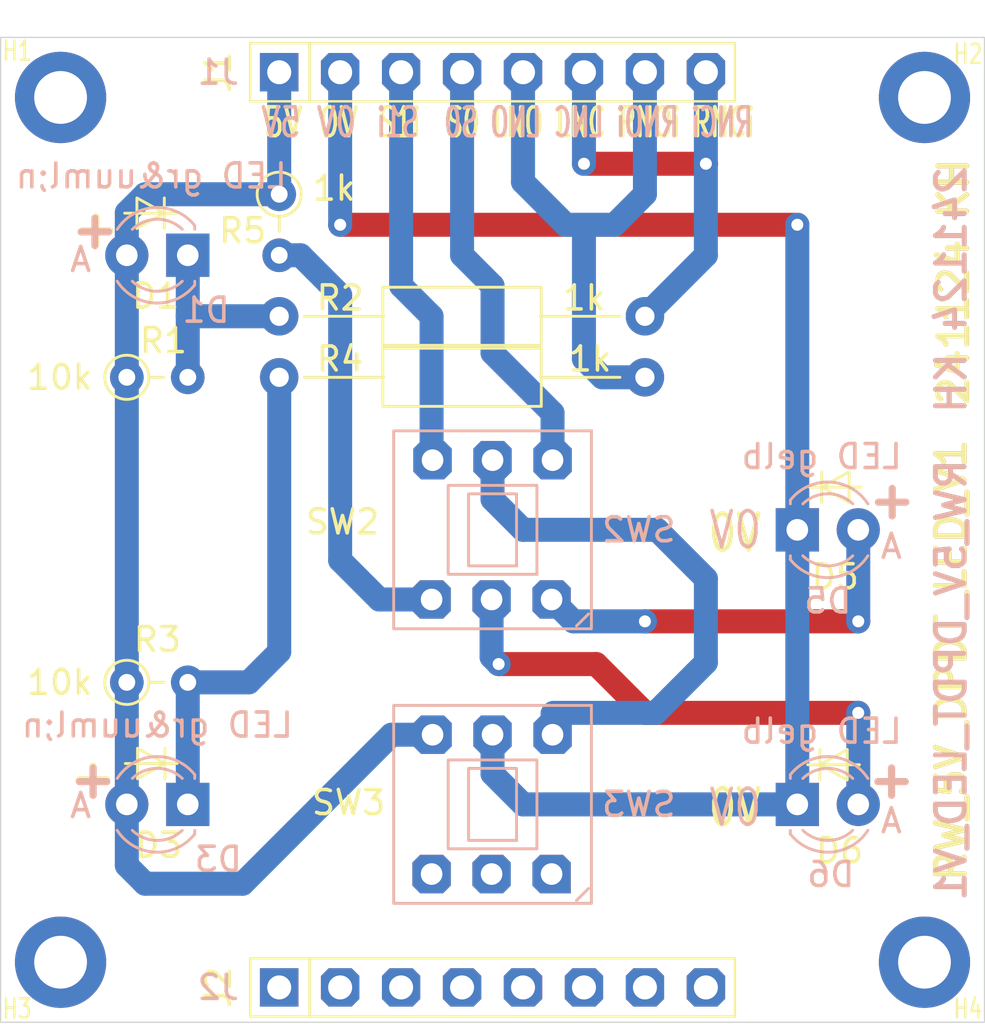
<source format=kicad_pcb>
(kicad_pcb (version 20240108) (generator "pcbnew") (generator_version "8.0")
  (layers (0 "F.Cu" signal) (31 "B.Cu" signal) (34 "B.Paste" user) (35 "F.Paste" user) (36 "B.SilkS" user "B.Silkscreen") (37 "F.SilkS" user "F.Silkscreen") (38 "B.Mask" user) (39 "F.Mask" user) (44 "Edge.Cuts" user))
  (net 0 "")
  (net 1 "Net-(D1-K)")
  (net 2 "/V_I2C")
  (net 3 "/LNO")
  (net 4 "Net-(D3-K)")
  (net 5 "/LNC")
  (net 6 "Net-(D5-A)")
  (net 7 "/S1i")
  (net 8 "/0V")
  (net 9 "Net-(R5-Pad2)")
  (net 10 "/Slocal")
  (net 13 "/S0")
  (net 23 "Net-(D6-A)")
  (footprint "Resistor_THT:R_Axial_DIN0204_L3.6mm_D1.6mm_P2.54mm_Vertical" (layer "F.Cu") (at 36.83 50.8)
    (property "Reference" "R3" (at 1.27 -1.778 180) (layer "F.SilkS"))
    (property "Value" "10k")
    (fp_line (start 0.92 0) (end 1.54 0) (stroke (width 0.12)) (layer "F.SilkS"))
    (fp_circle (center 0 0) (end 0.92 0) (stroke (width 0.12)) (fill none) (layer "F.SilkS"))
    (pad "1" thru_hole circle (at 0 0) (size 1.4 1.4) (drill 0.7) (layers "*.Cu" "*.Mask") (net 2 "/V_I2C"))
    (pad "2" thru_hole oval (at 2.54 0) (size 1.4 1.4) (drill 0.7) (layers "*.Cu" "*.Mask") (net 4 "Net-(D3-K)"))
  )
  (footprint "_kh_library:R_Axial_DIN0207_L6.3mm_D2.5mm_P15.24mm_Horizontal_kh" (layer "F.Cu") (at 43.18 38.1)
    (property "Reference" "R4" (at 2.54 -0.762 0) (layer "F.SilkS"))
    (property "Value" "1k")
    (fp_line (start 1.04 0) (end 4.35 0) (stroke (width 0.12)) (layer "F.SilkS"))
    (fp_line (start 14.2 0) (end 10.89 0) (stroke (width 0.12)) (layer "F.SilkS"))
    (fp_rect (start 4.318 -1.21) (end 10.922 1.21) (stroke (width 0.12)) (fill none) (layer "F.SilkS"))
    (pad "1" thru_hole circle (at 0 0) (size 1.6 1.6) (drill 0.8) (layers "*.Cu" "*.Mask") (net 4 "Net-(D3-K)"))
    (pad "2" thru_hole oval (at 15.24 0) (size 1.6 1.6) (drill 0.8) (layers "*.Cu" "*.Mask") (net 3 "/LNO"))
  )
  (footprint "_kh_library:R_Axial_DIN0207_L6.3mm_D2.5mm_P15.24mm_Horizontal_kh" (layer "F.Cu") (at 43.18 35.56)
    (property "Reference" "R2" (at 2.54 -0.762 0) (layer "F.SilkS"))
    (property "Value" "1k")
    (fp_line (start 1.04 0) (end 4.35 0) (stroke (width 0.12)) (layer "F.SilkS"))
    (fp_line (start 14.2 0) (end 10.89 0) (stroke (width 0.12)) (layer "F.SilkS"))
    (fp_rect (start 4.318 -1.21) (end 10.922 1.21) (stroke (width 0.12)) (fill none) (layer "F.SilkS"))
    (pad "1" thru_hole circle (at 0 0) (size 1.6 1.6) (drill 0.8) (layers "*.Cu" "*.Mask") (net 1 "Net-(D1-K)"))
    (pad "2" thru_hole oval (at 15.24 0) (size 1.6 1.6) (drill 0.8) (layers "*.Cu" "*.Mask") (net 5 "/LNC"))
  )
  (footprint "_kh_library:MountingHole_2.2mm_M2_Pad_TopBottom_kh" (layer "F.Cu") (at 70.07 26.45)
    (property "Reference" "H2" (at 1.812 -1.812 0) (layer "F.SilkS") (effects (font (size 0.8 0.6) (thickness 0.1) (bold yes))))
    (property "Value" "MountingHole" (hide yes))
    (pad "1" thru_hole circle (at 0 0) (size 2.6 2.6) (drill 2.2) (layers "*.Cu" "*.Mask"))
    (pad "1" connect circle (at 0 0) (size 3.8 3.8) (layers "F.Cu" "F.Mask"))
    (pad "1" connect circle (at 0 0) (size 3.8 3.8) (layers "B.Cu" "B.Mask"))
  )
  (footprint "_kh_library:MountingHole_2.2mm_M2_Pad_TopBottom_kh" (layer "F.Cu") (at 34.07 26.45)
    (property "Reference" "H1" (at -1.812 -1.939 0) (layer "F.SilkS") (effects (font (size 0.8 0.6) (thickness 0.1) (bold yes))))
    (property "Value" "MountingHole" (hide yes))
    (pad "1" thru_hole circle (at 0 0) (size 2.6 2.6) (drill 2.2) (layers "*.Cu" "*.Mask"))
    (pad "1" connect circle (at 0 0) (size 3.8 3.8) (layers "F.Cu" "F.Mask"))
    (pad "1" connect circle (at 0 0) (size 3.8 3.8) (layers "B.Cu" "B.Mask"))
  )
  (footprint "Resistor_THT:R_Axial_DIN0204_L3.6mm_D1.6mm_P2.54mm_Vertical" (layer "F.Cu") (at 36.83 38.1)
    (property "Reference" "R1" (at 1.524 -1.524 180) (layer "F.SilkS"))
    (property "Value" "10k")
    (fp_line (start 0.92 0) (end 1.54 0) (stroke (width 0.12)) (layer "F.SilkS"))
    (fp_circle (center 0 0) (end 0.92 0) (stroke (width 0.12)) (fill none) (layer "F.SilkS"))
    (pad "1" thru_hole circle (at 0 0) (size 1.4 1.4) (drill 0.7) (layers "*.Cu" "*.Mask") (net 2 "/V_I2C"))
    (pad "2" thru_hole oval (at 2.54 0) (size 1.4 1.4) (drill 0.7) (layers "*.Cu" "*.Mask") (net 1 "Net-(D1-K)"))
  )
  (footprint "_kh_library:PinSocket_1x08_P2.54mm_Vertical_11mm_kh" (layer "F.Cu") (at 43.18 25.4 90)
    (property "Reference" "J1" (at 0 -2.54 90) (layer "F.SilkS"))
    (property "Value" "Conn_01x08_Pin")
    (fp_line (start -1.21 1.27) (end 1.21 1.27) (stroke (width 0.12)) (layer "F.SilkS"))
    (fp_rect (start -1.21 -1.21) (end 1.21 18.99) (stroke (width 0.1)) (fill none) (layer "F.SilkS"))
    (pad "1" thru_hole rect (at 0 0 90) (size 1.6 1.6) (drill 1) (layers "*.Cu" "*.Mask") (net 2 "/V_I2C"))
    (pad "2" thru_hole roundrect (at 0 2.54 90) (size 1.6 1.6) (drill 1) (layers "*.Cu" "*.Mask") (roundrect_rratio 0) (chamfer_ratio 0.2) (chamfer top_left top_right bottom_left bottom_right) (net 8 "/0V"))
    (pad "3" thru_hole roundrect (at 0 5.08 90) (size 1.6 1.6) (drill 1) (layers "*.Cu" "*.Mask") (roundrect_rratio 0) (chamfer_ratio 0.2) (chamfer top_left top_right bottom_left bottom_right) (net 7 "/S1i"))
    (pad "4" thru_hole roundrect (at 0 7.62 90) (size 1.6 1.6) (drill 1) (layers "*.Cu" "*.Mask") (roundrect_rratio 0) (chamfer_ratio 0.2) (chamfer top_left top_right bottom_left bottom_right) (net 13 "/S0"))
    (pad "5" thru_hole roundrect (at 0 10.16 90) (size 1.6 1.6) (drill 1) (layers "*.Cu" "*.Mask") (roundrect_rratio 0) (chamfer_ratio 0.2) (chamfer top_left top_right bottom_left bottom_right) (net 3 "/LNO"))
    (pad "6" thru_hole roundrect (at 0 12.7 90) (size 1.6 1.6) (drill 1) (layers "*.Cu" "*.Mask") (roundrect_rratio 0) (chamfer_ratio 0.2) (chamfer top_left top_right bottom_left bottom_right) (net 5 "/LNC"))
    (pad "7" thru_hole roundrect (at 0 15.24 90) (size 1.6 1.6) (drill 1) (layers "*.Cu" "*.Mask") (roundrect_rratio 0) (chamfer_ratio 0.2) (chamfer top_left top_right bottom_left bottom_right) (net 3 "/LNO"))
    (pad "8" thru_hole roundrect (at 0 17.78 90) (size 1.6 1.6) (drill 1) (layers "*.Cu" "*.Mask") (roundrect_rratio 0) (chamfer_ratio 0.2) (chamfer top_left top_right bottom_left bottom_right) (net 5 "/LNC"))
  )
  (footprint "Resistor_THT:R_Axial_DIN0204_L3.6mm_D1.6mm_P2.54mm_Vertical" (layer "F.Cu") (at 43.18 30.48 -90)
    (property "Reference" "R5" (at 1.524 1.524 180) (layer "F.SilkS"))
    (property "Value" "1k")
    (fp_line (start 0.92 0) (end 1.54 0) (stroke (width 0.12)) (layer "F.SilkS"))
    (fp_circle (center 0 0) (end 0.92 0) (stroke (width 0.12)) (fill none) (layer "F.SilkS"))
    (pad "1" thru_hole circle (at 0 0 270) (size 1.4 1.4) (drill 0.7) (layers "*.Cu" "*.Mask") (net 2 "/V_I2C"))
    (pad "2" thru_hole oval (at 2.54 0 270) (size 1.4 1.4) (drill 0.7) (layers "*.Cu" "*.Mask") (net 9 "Net-(R5-Pad2)"))
  )
  (footprint "_kh_library:MountingHole_2.2mm_M2_Pad_TopBottom_kh" (layer "F.Cu") (at 34.07 62.45)
    (property "Reference" "H3" (at -1.812 1.939 0) (layer "F.SilkS") (effects (font (size 0.8 0.6) (thickness 0.1) (bold yes))))
    (property "Value" "MountingHole" (hide yes))
    (pad "1" thru_hole circle (at 0 0) (size 2.6 2.6) (drill 2.2) (layers "*.Cu" "*.Mask"))
    (pad "1" connect circle (at 0 0) (size 3.8 3.8) (layers "F.Cu" "F.Mask"))
    (pad "1" connect circle (at 0 0) (size 3.8 3.8) (layers "B.Cu" "B.Mask"))
  )
  (footprint "_kh_library:PinSocket_1x08_P2.54mm_Vertical_11mm_kh" (layer "F.Cu") (at 43.18 63.5 90)
    (property "Reference" "J2" (at 0 -2.54 90) (layer "F.SilkS"))
    (property "Value" "Conn_01x08_Pin")
    (fp_line (start -1.21 1.27) (end 1.21 1.27) (stroke (width 0.12)) (layer "F.SilkS"))
    (fp_rect (start -1.21 -1.21) (end 1.21 18.99) (stroke (width 0.1)) (fill none) (layer "F.SilkS"))
    (pad "1" thru_hole rect (at 0 0 90) (size 1.6 1.6) (drill 1) (layers "*.Cu" "*.Mask"))
    (pad "2" thru_hole roundrect (at 0 2.54 90) (size 1.6 1.6) (drill 1) (layers "*.Cu" "*.Mask") (roundrect_rratio 0) (chamfer_ratio 0.2) (chamfer top_left top_right bottom_left bottom_right))
    (pad "3" thru_hole roundrect (at 0 5.08 90) (size 1.6 1.6) (drill 1) (layers "*.Cu" "*.Mask") (roundrect_rratio 0) (chamfer_ratio 0.2) (chamfer top_left top_right bottom_left bottom_right))
    (pad "4" thru_hole roundrect (at 0 7.62 90) (size 1.6 1.6) (drill 1) (layers "*.Cu" "*.Mask") (roundrect_rratio 0) (chamfer_ratio 0.2) (chamfer top_left top_right bottom_left bottom_right))
    (pad "5" thru_hole roundrect (at 0 10.16 90) (size 1.6 1.6) (drill 1) (layers "*.Cu" "*.Mask") (roundrect_rratio 0) (chamfer_ratio 0.2) (chamfer top_left top_right bottom_left bottom_right))
    (pad "6" thru_hole roundrect (at 0 12.7 90) (size 1.6 1.6) (drill 1) (layers "*.Cu" "*.Mask") (roundrect_rratio 0) (chamfer_ratio 0.2) (chamfer top_left top_right bottom_left bottom_right))
    (pad "7" thru_hole roundrect (at 0 15.24 90) (size 1.6 1.6) (drill 1) (layers "*.Cu" "*.Mask") (roundrect_rratio 0) (chamfer_ratio 0.2) (chamfer top_left top_right bottom_left bottom_right))
    (pad "8" thru_hole roundrect (at 0 17.78 90) (size 1.6 1.6) (drill 1) (layers "*.Cu" "*.Mask") (roundrect_rratio 0) (chamfer_ratio 0.2) (chamfer top_left top_right bottom_left bottom_right))
  )
  (footprint "_kh_library:MountingHole_2.2mm_M2_Pad_TopBottom_kh" (layer "F.Cu") (at 70.07 62.45)
    (property "Reference" "H4" (at 1.812 1.939 0) (layer "F.SilkS") (effects (font (size 0.8 0.6) (thickness 0.1) (bold yes))))
    (property "Value" "MountingHole" (hide yes))
    (pad "1" thru_hole circle (at 0 0) (size 2.6 2.6) (drill 2.2) (layers "*.Cu" "*.Mask"))
    (pad "1" connect circle (at 0 0) (size 3.8 3.8) (layers "F.Cu" "F.Mask"))
    (pad "1" connect circle (at 0 0) (size 3.8 3.8) (layers "B.Cu" "B.Mask"))
  )
  (footprint "LED_THT:LED_D3.0mm" (layer "B.Cu") (at 64.77 44.45)
    (property "Reference" "D5" (at 1.27 2.96 180) (layer "B.SilkS") (effects (justify mirror)))
    (property "Value" "LED gelb")
    (fp_line (start -0.29 -1.236) (end -0.29 -1.08) (stroke (width 0.12)) (layer "B.SilkS"))
    (fp_line (start -0.29 1.08) (end -0.29 1.236) (stroke (width 0.12)) (layer "B.SilkS"))
    (fp_arc (start -0.29 -1.235516) (mid 1.366487 -1.987659) (end 2.942335 -1.078608) (stroke (width 0.12)) (layer "B.SilkS"))
    (fp_arc (start 0.229039 -1.08) (mid 1.270117 -1.5) (end 2.31113 -1.079837) (stroke (width 0.12)) (layer "B.SilkS"))
    (fp_arc (start 2.31113 1.079837) (mid 1.270117 1.5) (end 0.229039 1.08) (stroke (width 0.12)) (layer "B.SilkS"))
    (fp_arc (start 2.942335 1.078608) (mid 1.366487 1.987659) (end -0.29 1.235516) (stroke (width 0.12)) (layer "B.SilkS"))
    (pad "1" thru_hole rect (at 0 0) (size 1.8 1.8) (drill 0.9) (layers "*.Cu" "*.Mask") (net 8 "/0V"))
    (pad "2" thru_hole circle (at 2.54 0) (size 1.8 1.8) (drill 0.9) (layers "*.Cu" "*.Mask") (net 6 "Net-(D5-A)"))
  )
  (footprint "_kh_library:SW_Push_DPDT_8x8" (layer "B.Cu") (at 54.57 58.78 180)
    (property "Reference" "SW3" (at -3.596 2.9 180) (layer "B.SilkS") (effects (justify mirror)))
    (property "Value" "SW_Push_DPDT_8x8")
    (fp_line (start -1 -1.1) (end -1.5 -0.6) (stroke (width 0.12)) (layer "B.SilkS"))
    (fp_rect (start 1.5 1.4) (end 3.5 4.4) (stroke (width 0.12)) (fill none) (layer "B.SilkS"))
    (fp_rect (start 0.65 1.05) (end 4.35 4.75) (stroke (width 0.12)) (fill none) (layer "B.SilkS"))
    (fp_rect (start -1.62 7.02) (end 6.62 -1.22) (stroke (width 0.12)) (fill none) (layer "B.SilkS"))
    (pad "1" thru_hole roundrect (at 0.04 0 180) (size 1.6 1.6) (drill 0.9) (layers "*.Cu" "*.Mask") (roundrect_rratio 0) (chamfer_ratio 0.2) (chamfer top_right bottom_left bottom_right))
    (pad "2" thru_hole roundrect (at 2.54 0 180) (size 1.6 1.6) (drill 0.9) (layers "*.Cu" "*.Mask") (roundrect_rratio 0) (chamfer_ratio 0.2) (chamfer top_left top_right bottom_left bottom_right))
    (pad "3" thru_hole roundrect (at 5.04 0 180) (size 1.6 1.6) (drill 0.9) (layers "*.Cu" "*.Mask") (roundrect_rratio 0) (chamfer_ratio 0.2) (chamfer top_left top_right bottom_left bottom_right))
    (pad "4" thru_hole roundrect (at 5 5.8 180) (size 1.6 1.6) (drill 0.9) (layers "*.Cu" "*.Mask") (roundrect_rratio 0) (chamfer_ratio 0.2) (chamfer top_left top_right bottom_left bottom_right) (net 2 "/V_I2C"))
    (pad "5" thru_hole roundrect (at 2.5 5.8 180) (size 1.6 1.6) (drill 0.9) (layers "*.Cu" "*.Mask") (roundrect_rratio 0) (chamfer_ratio 0.2) (chamfer top_left top_right bottom_left bottom_right) (net 8 "/0V"))
    (pad "6" thru_hole roundrect (at 0 5.8 180) (size 1.6 1.6) (drill 0.9) (layers "*.Cu" "*.Mask") (roundrect_rratio 0) (chamfer_ratio 0.2) (chamfer top_left top_right bottom_left bottom_right) (net 10 "/Slocal"))
  )
  (footprint "LED_THT:LED_D3.0mm" (layer "B.Cu") (at 39.37 33.02 180)
    (property "Reference" "D1" (at -0.762 -2.286 0) (layer "B.SilkS") (effects (justify mirror)))
    (property "Value" "LED gr&uuml;n")
    (fp_line (start -0.29 1.08) (end -0.29 1.236) (stroke (width 0.12)) (layer "B.SilkS"))
    (fp_line (start -0.29 -1.236) (end -0.29 -1.08) (stroke (width 0.12)) (layer "B.SilkS"))
    (fp_arc (start 2.942335 1.078608) (mid 1.366487 1.987659) (end -0.29 1.235516) (stroke (width 0.12)) (layer "B.SilkS"))
    (fp_arc (start 2.31113 1.079837) (mid 1.270117 1.5) (end 0.229039 1.08) (stroke (width 0.12)) (layer "B.SilkS"))
    (fp_arc (start 0.229039 -1.08) (mid 1.270117 -1.5) (end 2.31113 -1.079837) (stroke (width 0.12)) (layer "B.SilkS"))
    (fp_arc (start -0.29 -1.235516) (mid 1.366487 -1.987659) (end 2.942335 -1.078608) (stroke (width 0.12)) (layer "B.SilkS"))
    (pad "1" thru_hole rect (at 0 0 180) (size 1.8 1.8) (drill 0.9) (layers "*.Cu" "*.Mask") (net 1 "Net-(D1-K)"))
    (pad "2" thru_hole circle (at 2.54 0 180) (size 1.8 1.8) (drill 0.9) (layers "*.Cu" "*.Mask") (net 2 "/V_I2C"))
  )
  (footprint "_kh_library:SW_Push_DPDT_8x8" (layer "B.Cu") (at 54.57 47.35 180)
    (property "Reference" "SW2" (at -3.596 2.9 0) (layer "B.SilkS") (effects (justify mirror)))
    (property "Value" "SW_Push_DPDT_8x8")
    (fp_line (start -1 -1.1) (end -1.5 -0.6) (stroke (width 0.12)) (layer "B.SilkS"))
    (fp_rect (start 1.5 1.4) (end 3.5 4.4) (stroke (width 0.12)) (fill none) (layer "B.SilkS"))
    (fp_rect (start 0.65 1.05) (end 4.35 4.75) (stroke (width 0.12)) (fill none) (layer "B.SilkS"))
    (fp_rect (start -1.62 7.02) (end 6.62 -1.22) (stroke (width 0.12)) (fill none) (layer "B.SilkS"))
    (pad "1" thru_hole roundrect (at 0.04 0 180) (size 1.6 1.6) (drill 0.9) (layers "*.Cu" "*.Mask") (roundrect_rratio 0) (chamfer_ratio 0.2) (chamfer top_right bottom_left bottom_right) (net 6 "Net-(D5-A)"))
    (pad "2" thru_hole roundrect (at 2.54 0 180) (size 1.6 1.6) (drill 0.9) (layers "*.Cu" "*.Mask") (roundrect_rratio 0) (chamfer_ratio 0.2) (chamfer top_left top_right bottom_left bottom_right) (net 23 "Net-(D6-A)"))
    (pad "3" thru_hole roundrect (at 5.04 0 180) (size 1.6 1.6) (drill 0.9) (layers "*.Cu" "*.Mask") (roundrect_rratio 0) (chamfer_ratio 0.2) (chamfer top_left top_right bottom_left bottom_right) (net 9 "Net-(R5-Pad2)"))
    (pad "4" thru_hole roundrect (at 5 5.8 180) (size 1.6 1.6) (drill 0.9) (layers "*.Cu" "*.Mask") (roundrect_rratio 0) (chamfer_ratio 0.2) (chamfer top_left top_right bottom_left bottom_right) (net 7 "/S1i"))
    (pad "5" thru_hole roundrect (at 2.5 5.8 180) (size 1.6 1.6) (drill 0.9) (layers "*.Cu" "*.Mask") (roundrect_rratio 0) (chamfer_ratio 0.2) (chamfer top_left top_right bottom_left bottom_right) (net 10 "/Slocal"))
    (pad "6" thru_hole roundrect (at 0 5.8 180) (size 1.6 1.6) (drill 0.9) (layers "*.Cu" "*.Mask") (roundrect_rratio 0) (chamfer_ratio 0.2) (chamfer top_left top_right bottom_left bottom_right) (net 13 "/S0"))
  )
  (footprint "LED_THT:LED_D3.0mm" (layer "B.Cu") (at 39.37 55.88 180)
    (property "Reference" "D3" (at -1.27 -2.286 0) (layer "B.SilkS") (effects (justify mirror)))
    (property "Value" "LED gr&uuml;n")
    (fp_line (start -0.29 1.08) (end -0.29 1.236) (stroke (width 0.12)) (layer "B.SilkS"))
    (fp_line (start -0.29 -1.236) (end -0.29 -1.08) (stroke (width 0.12)) (layer "B.SilkS"))
    (fp_arc (start 2.942335 1.078608) (mid 1.366487 1.987659) (end -0.29 1.235516) (stroke (width 0.12)) (layer "B.SilkS"))
    (fp_arc (start 2.31113 1.079837) (mid 1.270117 1.5) (end 0.229039 1.08) (stroke (width 0.12)) (layer "B.SilkS"))
    (fp_arc (start 0.229039 -1.08) (mid 1.270117 -1.5) (end 2.31113 -1.079837) (stroke (width 0.12)) (layer "B.SilkS"))
    (fp_arc (start -0.29 -1.235516) (mid 1.366487 -1.987659) (end 2.942335 -1.078608) (stroke (width 0.12)) (layer "B.SilkS"))
    (pad "1" thru_hole rect (at 0 0 180) (size 1.8 1.8) (drill 0.9) (layers "*.Cu" "*.Mask") (net 4 "Net-(D3-K)"))
    (pad "2" thru_hole circle (at 2.54 0 180) (size 1.8 1.8) (drill 0.9) (layers "*.Cu" "*.Mask") (net 2 "/V_I2C"))
  )
  (footprint "LED_THT:LED_D3.0mm" (layer "B.Cu") (at 64.77 55.88)
    (property "Reference" "D6" (at 1.397 2.921 180) (layer "B.SilkS") (effects (justify mirror)))
    (property "Value" "LED gelb")
    (fp_line (start -0.29 -1.236) (end -0.29 -1.08) (stroke (width 0.12)) (layer "B.SilkS"))
    (fp_line (start -0.29 1.08) (end -0.29 1.236) (stroke (width 0.12)) (layer "B.SilkS"))
    (fp_arc (start -0.29 -1.235516) (mid 1.366487 -1.987659) (end 2.942335 -1.078608) (stroke (width 0.12)) (layer "B.SilkS"))
    (fp_arc (start 0.229039 -1.08) (mid 1.270117 -1.5) (end 2.31113 -1.079837) (stroke (width 0.12)) (layer "B.SilkS"))
    (fp_arc (start 2.31113 1.079837) (mid 1.270117 1.5) (end 0.229039 1.08) (stroke (width 0.12)) (layer "B.SilkS"))
    (fp_arc (start 2.942335 1.078608) (mid 1.366487 1.987659) (end -0.29 1.235516) (stroke (width 0.12)) (layer "B.SilkS"))
    (pad "1" thru_hole rect (at 0 0) (size 1.8 1.8) (drill 0.9) (layers "*.Cu" "*.Mask") (net 8 "/0V"))
    (pad "2" thru_hole circle (at 2.54 0) (size 1.8 1.8) (drill 0.9) (layers "*.Cu" "*.Mask") (net 23 "Net-(D6-A)"))
  )
  (gr_poly (pts (xy 65.7098 54.229) (xy 66.8528 54.864) (xy 66.8528 53.594)) (stroke (width 0.12)) (fill none) (layer "F.SilkS"))
  (gr_line (start 36.7665 54.1782) (end 38.9255 54.1782) (stroke (width 0.12)) (layer "F.SilkS"))
  (gr_line (start 67.437 42.672) (end 65.278 42.672) (stroke (width 0.12)) (layer "F.SilkS"))
  (gr_line (start 67.3608 54.229) (end 65.2018 54.229) (stroke (width 0.12)) (layer "F.SilkS"))
  (gr_poly (pts (xy 38.4175 54.1782) (xy 37.2745 53.5432) (xy 37.2745 54.8132)) (stroke (width 0.12)) (fill none) (layer "F.SilkS"))
  (gr_line (start 38.4175 53.5432) (end 38.4175 54.8132) (stroke (width 0.12)) (layer "F.SilkS"))
  (gr_line (start 65.7098 54.864) (end 65.7098 53.594) (stroke (width 0.12)) (layer "F.SilkS"))
  (gr_line (start 65.786 43.307) (end 65.786 42.037) (stroke (width 0.12)) (layer "F.SilkS"))
  (gr_poly (pts (xy 65.786 42.672) (xy 66.929 43.307) (xy 66.929 42.037)) (stroke (width 0.12)) (fill none) (layer "F.SilkS"))
  (gr_line (start 36.7411 31.2674) (end 38.9001 31.2674) (stroke (width 0.12)) (layer "F.SilkS"))
  (gr_line (start 38.3921 30.6324) (end 38.3921 31.9024) (stroke (width 0.12)) (layer "F.SilkS"))
  (gr_poly (pts (xy 38.3921 31.2674) (xy 37.2491 30.6324) (xy 37.2491 31.9024)) (stroke (width 0.12)) (fill none) (layer "F.SilkS"))
  (gr_rect (start 31.57 23.95) (end 72.57 64.95) (stroke (width 0.05)) (fill none) (layer "Edge.Cuts"))
  (gr_text "RW_5V_DPDT_LED_V1" (at 71.882 59.182 90) (layer "F.Cu") (effects (font (size 1.2 1.2) (thickness 0.2) (bold yes)) (justify left bottom)))
  (gr_text "241124 KH" (at 71.9836 39.37 90) (layer "F.Cu") (effects (font (size 1.2 1.2) (thickness 0.2) (bold yes)) (justify left bottom)))
  (gr_text "RW_5V_DPDT_LED_V1" (at 71.882 41.402 90) (layer "B.Cu") (effects (font (size 1.2 1.2) (thickness 0.2) (bold yes)) (justify left bottom mirror)))
  (gr_text "241124 KH" (at 71.882 29.21 90) (layer "B.Cu") (effects (font (size 1.2 1.2) (thickness 0.2) (bold yes)) (justify left bottom mirror)))
  (gr_text "A" (at 69.215 45.72 0) (layer "B.SilkS") (effects (font (size 1 1) (thickness 0.15) (bold yes)) (justify left bottom mirror)))
  (gr_text "J2" (at 40.64 63.5 0) (layer "B.SilkS") (effects (font (size 1 1)) (justify mirror)))
  (gr_text "A" (at 69.215 57.15 0) (layer "B.SilkS") (effects (font (size 1 1) (thickness 0.15) (bold yes)) (justify left bottom mirror)))
  (gr_text "+" (at 69.85 44.069 0) (layer "B.SilkS") (effects (font (size 1.5 1.5) (thickness 0.3) (bold yes)) (justify left bottom mirror)))
  (gr_text "+" (at 36.6268 32.8168 0) (layer "B.SilkS") (effects (font (size 1.5 1.5) (thickness 0.3) (bold yes)) (justify left bottom mirror)))
  (gr_text "0V" (at 63.373 45.339 0) (layer "B.SilkS") (effects (font (size 1.5 1.2) (thickness 0.15) (bold yes)) (justify left bottom mirror)))
  (gr_text "LED gelb" (at 65.786 41.402 0) (layer "B.SilkS") (effects (font (size 1 1)) (justify mirror)))
  (gr_text "0V 5V" (at 46.482 28.194 0) (layer "B.SilkS") (effects (font (size 1.2 0.9) (thickness 0.15) (bold yes)) (justify left bottom mirror)))
  (gr_text "+" (at 36.5506 55.7022 0) (layer "B.SilkS") (effects (font (size 1.5 1.5) (thickness 0.3) (bold yes)) (justify left bottom mirror)))
  (gr_text "LED gelb" (at 65.786 52.832 0) (layer "B.SilkS") (effects (font (size 1 1)) (justify mirror)))
  (gr_text "RNCi RNOi LNC LNO S0  S1i" (at 62.992 28.194 0) (layer "B.SilkS") (effects (font (size 1.2 0.72) (thickness 0.15) (bold yes)) (justify left bottom mirror)))
  (gr_text "241124 KH" (at 71.882 29.21 90) (layer "B.SilkS") (effects (font (size 1.2 1.2) (thickness 0.2) (bold yes)) (justify left bottom mirror)))
  (gr_text "J1" (at 40.64 25.4 0) (layer "B.SilkS") (effects (font (size 1 1)) (justify mirror)))
  (gr_text "+" (at 69.8246 55.7022 0) (layer "B.SilkS") (effects (font (size 1.5 1.5) (thickness 0.3) (bold yes)) (justify left bottom mirror)))
  (gr_text "A" (at 35.433 56.515 0) (layer "B.SilkS") (effects (font (size 1 1) (thickness 0.15) (bold yes)) (justify left bottom mirror)))
  (gr_text "A" (at 35.433 33.782 0) (layer "B.SilkS") (effects (font (size 1 1) (thickness 0.15) (bold yes)) (justify left bottom mirror)))
  (gr_text "LED gr&uuml;n" (at 38.1 52.578 0) (layer "B.SilkS") (effects (font (size 1 1)) (justify mirror)))
  (gr_text "LED gr&uuml;n" (at 37.846 29.718 0) (layer "B.SilkS") (effects (font (size 1 1)) (justify mirror)))
  (gr_text "0V" (at 63.373 56.896 0) (layer "B.SilkS") (effects (font (size 1.5 1.2) (thickness 0.15) (bold yes)) (justify left bottom mirror)))
  (gr_text "RW_5V_DPDT_LED_V1" (at 71.882 41.402 90) (layer "B.SilkS") (effects (font (size 1.2 1.2) (thickness 0.2) (bold yes)) (justify left bottom mirror)))
  (gr_text "SW2" (at 44.196 44.704 0) (layer "F.SilkS") (effects (font (size 1 1) (thickness 0.15) (bold yes)) (justify left bottom)))
  (gr_text "RW_5V_DPDT_LED_V1" (at 71.882 59.182 90) (layer "F.SilkS") (effects (font (size 1.2 1.2) (thickness 0.2) (bold yes)) (justify left bottom)))
  (gr_text "S1i  S0 LNO LNC RNOi RNCi" (at 47.244 28.194 0) (layer "F.SilkS") (effects (font (size 1.2 0.72) (thickness 0.15) (bold yes)) (justify left bottom)))
  (gr_text "+" (at 34.417 32.766 0) (layer "F.SilkS") (effects (font (size 1.5 1.5) (thickness 0.3) (bold yes)) (justify left bottom)))
  (gr_text "10k" (at 34.036 50.8 0) (layer "F.SilkS") (effects (font (size 1 1))))
  (gr_text "0V" (at 60.96 56.896 0) (layer "F.SilkS") (effects (font (size 1.5 1.2) (thickness 0.1875)) (justify left bottom)))
  (gr_text "D6" (at 65.4558 58.3946 0) (layer "F.SilkS") (effects (font (size 1 1)) (justify left bottom)))
  (gr_text "D3" (at 37.084 58.166 0) (layer "F.SilkS") (effects (font (size 1 1)) (justify left bottom)))
  (gr_text "5V 0V" (at 42.418 28.194 0) (layer "F.SilkS") (effects (font (size 1.2 0.9) (thickness 0.15) (bold yes)) (justify left bottom)))
  (gr_text "1k" (at 56.134 37.338 0) (layer "F.SilkS") (effects (font (size 1 1))))
  (gr_text "D5" (at 65.278 46.99 0) (layer "F.SilkS") (effects (font (size 1 1)) (justify left bottom)))
  (gr_text "1k" (at 45.466 30.226 0) (layer "F.SilkS") (effects (font (size 1 1))))
  (gr_text "10k" (at 34.036 38.1 0) (layer "F.SilkS") (effects (font (size 1 1))))
  (gr_text "241124 KH" (at 71.9836 39.37 90) (layer "F.SilkS") (effects (font (size 1.2 1.2) (thickness 0.2) (bold yes)) (justify left bottom)))
  (gr_text "SW3" (at 44.45 56.388 0) (layer "F.SilkS") (effects (font (size 1 1) (thickness 0.15) (bold yes)) (justify left bottom)))
  (gr_text "1k" (at 55.88 34.798 0) (layer "F.SilkS") (effects (font (size 1 1))))
  (gr_text "0V" (at 60.96 45.466 0) (layer "F.SilkS") (effects (font (size 1.5 1.2) (thickness 0.1875)) (justify left bottom)))
  (gr_text "D1" (at 36.957 35.306 0) (layer "F.SilkS") (effects (font (size 1 1)) (justify left bottom)))
  (gr_text "+" (at 34.29 55.626 0) (layer "F.SilkS") (effects (font (size 1.5 1.5) (thickness 0.3) (bold yes)) (justify left bottom)))
  (segment (start 43.18 35.56) (end 39.37 35.56) (width 1) (layer "B.Cu") (net 1))
  (segment (start 39.37 35.56) (end 39.37 38.1) (width 1) (layer "B.Cu") (net 1))
  (segment (start 39.37 33.02) (end 39.37 35.56) (width 1) (layer "B.Cu") (net 1))
  (segment (start 37.592 30.48) (end 36.83 31.242) (width 1) (layer "B.Cu") (net 2))
  (segment (start 41.656 59.182) (end 47.858 52.98) (width 1) (layer "B.Cu") (net 2))
  (segment (start 36.83 31.242) (end 36.83 33.02) (width 1) (layer "B.Cu") (net 2))
  (segment (start 43.18 25.4) (end 43.18 30.48) (width 1) (layer "B.Cu") (net 2))
  (segment (start 47.858 52.98) (end 49.57 52.98) (width 1) (layer "B.Cu") (net 2))
  (segment (start 43.18 30.48) (end 37.592 30.48) (width 1) (layer "B.Cu") (net 2))
  (segment (start 36.83 38.1) (end 36.83 50.8) (width 1) (layer "B.Cu") (net 2))
  (segment (start 36.83 33.02) (end 36.83 38.1) (width 1) (layer "B.Cu") (net 2))
  (segment (start 37.592 59.182) (end 41.656 59.182) (width 1) (layer "B.Cu") (net 2))
  (segment (start 36.83 55.88) (end 36.83 58.42) (width 1) (layer "B.Cu") (net 2))
  (segment (start 36.83 58.42) (end 37.592 59.182) (width 1) (layer "B.Cu") (net 2))
  (segment (start 36.83 50.8) (end 36.83 55.88) (width 1) (layer "B.Cu") (net 2))
  (segment (start 55.88 31.75) (end 55.118 31.75) (width 1) (layer "B.Cu") (net 3))
  (segment (start 55.88 37.338) (end 55.88 31.75) (width 1) (layer "B.Cu") (net 3))
  (segment (start 53.34 29.972) (end 53.34 25.4) (width 1) (layer "B.Cu") (net 3))
  (segment (start 58.42 30.48) (end 57.15 31.75) (width 1) (layer "B.Cu") (net 3))
  (segment (start 57.15 31.75) (end 55.88 31.75) (width 1) (layer "B.Cu") (net 3))
  (segment (start 58.42 38.1) (end 56.642 38.1) (width 1) (layer "B.Cu") (net 3))
  (segment (start 56.642 38.1) (end 55.88 37.338) (width 1) (layer "B.Cu") (net 3))
  (segment (start 58.42 25.4) (end 58.42 30.48) (width 1) (layer "B.Cu") (net 3))
  (segment (start 55.118 31.75) (end 53.34 29.972) (width 1) (layer "B.Cu") (net 3))
  (segment (start 39.37 50.8) (end 41.91 50.8) (width 1) (layer "B.Cu") (net 4))
  (segment (start 43.18 49.53) (end 43.18 38.1) (width 1) (layer "B.Cu") (net 4))
  (segment (start 41.91 50.8) (end 43.18 49.53) (width 1) (layer "B.Cu") (net 4))
  (segment (start 39.37 55.88) (end 39.37 50.8) (width 1) (layer "B.Cu") (net 4))
  (segment (start 55.88 29.21) (end 60.96 29.21) (width 1) (layer "F.Cu") (net 5))
  (via (at 60.96 29.21) (size 1) (drill 0.5) (layers "F.Cu" "B.Cu") (net 5))
  (via (at 55.88 29.21) (size 1) (drill 0.5) (layers "F.Cu" "B.Cu") (net 5))
  (segment (start 55.88 25.4) (end 55.88 29.21) (width 1) (layer "B.Cu") (net 5))
  (segment (start 60.96 29.21) (end 60.96 25.4) (width 1) (layer "B.Cu") (net 5))
  (segment (start 60.96 33.02) (end 60.96 29.21) (width 1) (layer "B.Cu") (net 5))
  (segment (start 58.42 35.56) (end 60.96 33.02) (width 1) (layer "B.Cu") (net 5))
  (segment (start 67.31 48.26) (end 58.42 48.26) (width 1) (layer "F.Cu") (net 6))
  (via (at 58.42 48.26) (size 1) (drill 0.5) (layers "F.Cu" "B.Cu") (net 6))
  (via (at 67.31 48.26) (size 1) (drill 0.5) (layers "F.Cu" "B.Cu") (net 6))
  (segment (start 67.31 44.45) (end 67.31 48.26) (width 1) (layer "B.Cu") (net 6))
  (segment (start 58.42 48.26) (end 55.44 48.26) (width 1) (layer "B.Cu") (net 6))
  (segment (start 55.44 48.26) (end 54.53 47.35) (width 1) (layer "B.Cu") (net 6))
  (segment (start 48.26 34.29) (end 49.53 35.56) (width 1) (layer "B.Cu") (net 7))
  (segment (start 48.26 25.4) (end 48.26 34.29) (width 1) (layer "B.Cu") (net 7))
  (segment (start 49.53 35.56) (end 49.53 41.51) (width 1) (layer "B.Cu") (net 7))
  (segment (start 45.72 31.75) (end 64.77 31.75) (width 1) (layer "F.Cu") (net 8))
  (via (at 45.72 31.75) (size 1) (drill 0.5) (layers "F.Cu" "B.Cu") (net 8))
  (via (at 64.77 31.75) (size 1) (drill 0.5) (layers "F.Cu" "B.Cu") (net 8))
  (segment (start 53.34 55.88) (end 64.77 55.88) (width 1) (layer "B.Cu") (net 8))
  (segment (start 64.77 55.88) (end 64.77 44.45) (width 1) (layer "B.Cu") (net 8))
  (segment (start 52.07 54.61) (end 52.07 52.98) (width 1) (layer "B.Cu") (net 8))
  (segment (start 64.77 44.45) (end 64.77 31.75) (width 1) (layer "B.Cu") (net 8))
  (segment (start 53.34 55.88) (end 52.07 54.61) (width 1) (layer "B.Cu") (net 8))
  (segment (start 45.72 25.4) (end 45.72 31.75) (width 1) (layer "B.Cu") (net 8))
  (segment (start 45.72 45.72) (end 47.35 47.35) (width 1) (layer "B.Cu") (net 9))
  (segment (start 45.72 34.671) (end 45.72 45.72) (width 1) (layer "B.Cu") (net 9))
  (segment (start 44.069 33.02) (end 45.72 34.671) (width 1) (layer "B.Cu") (net 9))
  (segment (start 47.35 47.35) (end 49.53 47.35) (width 1) (layer "B.Cu") (net 9))
  (segment (start 43.18 33.02) (end 44.069 33.02) (width 1) (layer "B.Cu") (net 9))
  (segment (start 52.07 41.55) (end 52.07 43.18) (width 1) (layer "B.Cu") (net 10))
  (segment (start 58.8645 52.07) (end 54.61 52.07) (width 1) (layer "B.Cu") (net 10))
  (segment (start 53.34 44.45) (end 58.928 44.45) (width 1) (layer "B.Cu") (net 10))
  (segment (start 52.07 43.18) (end 53.34 44.45) (width 1) (layer "B.Cu") (net 10))
  (segment (start 58.928 44.45) (end 60.96 46.482) (width 1) (layer "B.Cu") (net 10))
  (segment (start 54.61 52.07) (end 54.57 52.11) (width 1) (layer "B.Cu") (net 10))
  (segment (start 60.96 49.9745) (end 58.8645 52.07) (width 1) (layer "B.Cu") (net 10))
  (segment (start 54.57 52.11) (end 54.57 52.98) (width 1) (layer "B.Cu") (net 10))
  (segment (start 60.96 46.482) (end 60.96 49.9745) (width 1) (layer "B.Cu") (net 10))
  (segment (start 50.8 33.02) (end 52.07 34.29) (width 1) (layer "B.Cu") (net 13))
  (segment (start 52.07 37.084) (end 54.57 39.584) (width 1) (layer "B.Cu") (net 13))
  (segment (start 54.57 39.584) (end 54.57 41.55) (width 1) (layer "B.Cu") (net 13))
  (segment (start 52.07 34.29) (end 52.07 37.084) (width 1) (layer "B.Cu") (net 13))
  (segment (start 50.8 25.4) (end 50.8 33.02) (width 1) (layer "B.Cu") (net 13))
  (segment (start 56.388 50.038) (end 58.42 52.07) (width 1) (layer "F.Cu") (net 23))
  (segment (start 52.324 50.038) (end 56.388 50.038) (width 1) (layer "F.Cu") (net 23))
  (segment (start 58.42 52.07) (end 67.31 52.07) (width 1) (layer "F.Cu") (net 23))
  (via (at 52.324 50.038) (size 1) (drill 0.5) (layers "F.Cu" "B.Cu") (net 23))
  (via (at 67.31 52.07) (size 1) (drill 0.5) (layers "F.Cu" "B.Cu") (net 23))
  (segment (start 52.03 49.744) (end 52.324 50.038) (width 1) (layer "B.Cu") (net 23))
  (segment (start 67.31 55.88) (end 67.31 52.07) (width 1) (layer "B.Cu") (net 23))
  (segment (start 52.03 47.35) (end 52.03 49.744) (width 1) (layer "B.Cu") (net 23))
)
</source>
